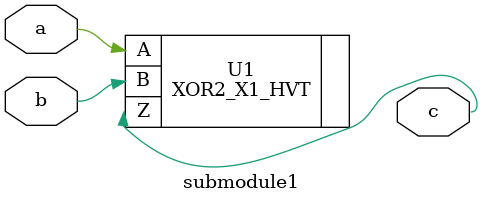
<source format=v>
/*************************************************************************
  > File Name: has_inout.v
  > Author: 16hxliang3
  > Mail: 16hxliang3@stu.edu.cn 
  > Created Time: Mon 09 May 2022 03:18:17 PM CST
 ************************************************************************/

module top(a,b,c,d);
  input a;
  input b;
  inout c;
  output d;
  XOR2_X1_HVT U1(.Z(c),.A(a),.B(b));
  submodule1 U2(.c(d),.a(a),.b(c));
endmodule

module submodule1(a,b,c);
  input a;
  input b;
  output c;
  XOR2_X1_HVT U1(.Z(c),.A(a),.B(b));
endmodule

</source>
